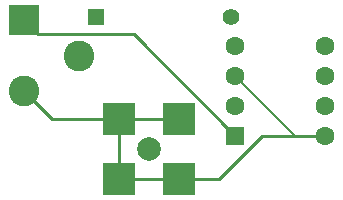
<source format=gbr>
%TF.GenerationSoftware,KiCad,Pcbnew,9.0.4-9.0.4-0~ubuntu24.04.1*%
%TF.CreationDate,2025-10-04T13:56:05-07:00*%
%TF.ProjectId,compact_photodiode_v2,636f6d70-6163-4745-9f70-686f746f6469,rev?*%
%TF.SameCoordinates,Original*%
%TF.FileFunction,Copper,L1,Top*%
%TF.FilePolarity,Positive*%
%FSLAX46Y46*%
G04 Gerber Fmt 4.6, Leading zero omitted, Abs format (unit mm)*
G04 Created by KiCad (PCBNEW 9.0.4-9.0.4-0~ubuntu24.04.1) date 2025-10-04 13:56:05*
%MOMM*%
%LPD*%
G01*
G04 APERTURE LIST*
%TA.AperFunction,ComponentPad*%
%ADD10R,1.397000X1.397000*%
%TD*%
%TA.AperFunction,ComponentPad*%
%ADD11C,1.397000*%
%TD*%
%TA.AperFunction,ComponentPad*%
%ADD12R,2.700000X2.700000*%
%TD*%
%TA.AperFunction,ComponentPad*%
%ADD13C,2.000000*%
%TD*%
%TA.AperFunction,ComponentPad*%
%ADD14R,2.600000X2.600000*%
%TD*%
%TA.AperFunction,ComponentPad*%
%ADD15C,2.600000*%
%TD*%
%TA.AperFunction,ComponentPad*%
%ADD16R,1.600000X1.600000*%
%TD*%
%TA.AperFunction,ComponentPad*%
%ADD17C,1.600000*%
%TD*%
%TA.AperFunction,Conductor*%
%ADD18C,0.250000*%
%TD*%
%TA.AperFunction,Conductor*%
%ADD19C,0.150000*%
%TD*%
G04 APERTURE END LIST*
D10*
%TO.P,R1,1*%
%TO.N,Net-(U1--IN)*%
X143570000Y-111500000D03*
D11*
%TO.P,R1,2*%
%TO.N,Net-(U1-OUT)*%
X155000000Y-111500000D03*
%TD*%
D12*
%TO.P,BNC,1,GND*%
%TO.N,GND*%
X150600000Y-125280000D03*
X150600000Y-120200000D03*
X145520000Y-125280000D03*
X145520000Y-120200000D03*
D13*
%TO.P,BNC,2,IN*%
%TO.N,Net-(U1-OUT)*%
X148060000Y-122740000D03*
%TD*%
D14*
%TO.P,BT1,1,+*%
%TO.N,+9V*%
X137450000Y-111800000D03*
D15*
%TO.P,BT1,2,-*%
%TO.N,GND*%
X137450000Y-117800000D03*
%TO.P,BT1,3*%
%TO.N,N/C*%
X142150000Y-114800000D03*
%TD*%
D16*
%TO.P,U1,1,VS*%
%TO.N,+9V*%
X155390000Y-121600000D03*
D17*
%TO.P,U1,2,-IN*%
%TO.N,Net-(U1--IN)*%
X155390000Y-119060000D03*
%TO.P,U1,3,V-*%
%TO.N,GND*%
X155390000Y-116520000D03*
%TO.P,U1,4,FB*%
%TO.N,unconnected-(U1-FB-Pad4)*%
X155390000Y-113980000D03*
%TO.P,U1,5,OUT*%
%TO.N,Net-(U1-OUT)*%
X163010000Y-113980000D03*
%TO.P,U1,6,NC*%
%TO.N,unconnected-(U1-NC-Pad6)*%
X163010000Y-116520000D03*
%TO.P,U1,7,NC*%
%TO.N,unconnected-(U1-NC-Pad7)*%
X163010000Y-119060000D03*
%TO.P,U1,8,COM*%
%TO.N,GND*%
X163010000Y-121600000D03*
%TD*%
D18*
%TO.N,GND*%
X157642000Y-121600000D02*
X163010000Y-121600000D01*
X145520000Y-120200000D02*
X145520000Y-125280000D01*
X150600000Y-125280000D02*
X144930000Y-125280000D01*
D19*
X160470000Y-121600000D02*
X155390000Y-116520000D01*
X163010000Y-121600000D02*
X160470000Y-121600000D01*
D18*
X139850000Y-120200000D02*
X137450000Y-117800000D01*
X145520000Y-120200000D02*
X139850000Y-120200000D01*
X150600000Y-120200000D02*
X145520000Y-120200000D01*
X153962000Y-125280000D02*
X157642000Y-121600000D01*
X150600000Y-125280000D02*
X153962000Y-125280000D01*
%TO.N,+9V*%
X155390000Y-121390000D02*
X155390000Y-121600000D01*
X138650000Y-113000000D02*
X137450000Y-111800000D01*
X146790000Y-113000000D02*
X138650000Y-113000000D01*
X137450000Y-111800000D02*
X137450000Y-112450000D01*
X155390000Y-121600000D02*
X146790000Y-113000000D01*
%TD*%
M02*

</source>
